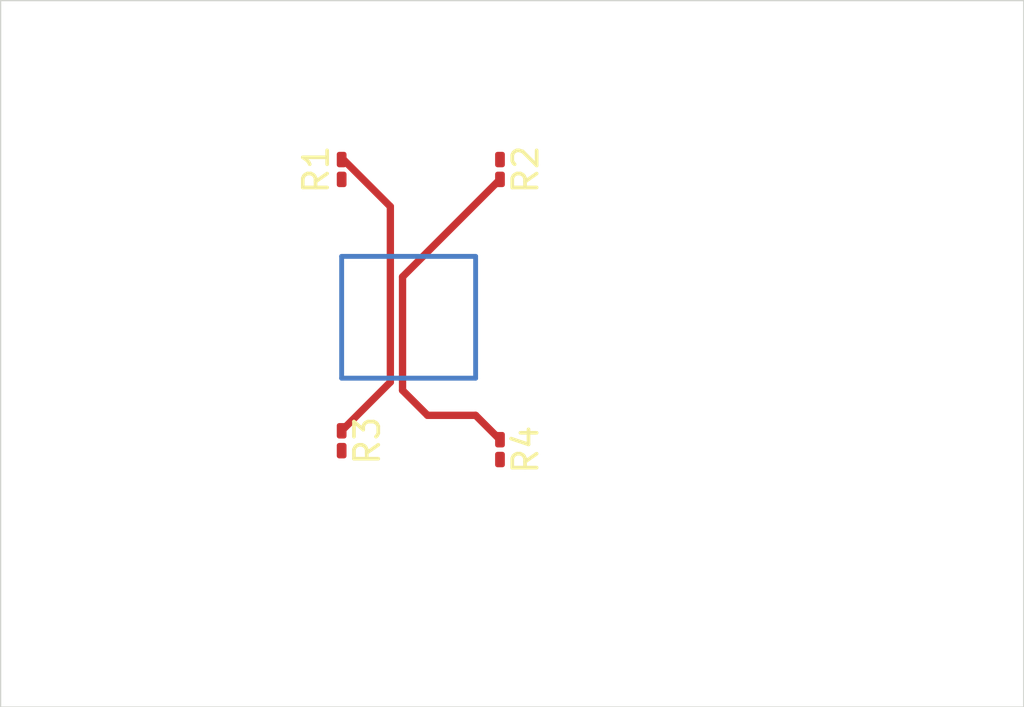
<source format=kicad_pcb>
(kicad_pcb (version 20240108) (generator "pcbnew") (generator_version "8.0")
  (layers (0 "F.Cu" signal) (31 "B.Cu" signal) (34 "B.Paste" user) (35 "F.Paste" user) (36 "B.SilkS" user "B.Silkscreen") (37 "F.SilkS" user "F.Silkscreen") (38 "B.Mask" user) (39 "F.Mask" user) (44 "Edge.Cuts" user))
  (net 0 "")
  (net 1 "Net-(R1-Pad2)")
  (net 4 "Net-(R2-Pad2)")
  (footprint "Resistor_SMD:R_0201_0603Metric_Pad0.64x0.40mm_HandSolder" (layer "F.Cu") (at 89.5 91.4325 -90)
    (property "Reference" "R4" (at 0 -1.05 90) (layer "F.SilkS"))
    (property "Value" "R")
    (pad "1" smd roundrect (at -0.4075 0 270) (size 0.635 0.4) (layers "F.Cu" "F.Mask") (net 4 "Net-(R2-Pad2)"))
    (pad "2" smd roundrect (at 0.4075 0 270) (size 0.635 0.4) (layers "F.Cu" "F.Mask"))
  )
  (footprint "Resistor_SMD:R_0201_0603Metric_Pad0.64x0.40mm_HandSolder" (layer "F.Cu") (at 89.5 79.9325 -90)
    (property "Reference" "R2" (at 0 -1.05 90) (layer "F.SilkS"))
    (property "Value" "R")
    (pad "1" smd roundrect (at -0.4075 0 270) (size 0.635 0.4) (layers "F.Cu" "F.Mask"))
    (pad "2" smd roundrect (at 0.4075 0 270) (size 0.635 0.4) (layers "F.Cu" "F.Mask") (net 4 "Net-(R2-Pad2)"))
  )
  (footprint "Resistor_SMD:R_0201_0603Metric_Pad0.64x0.40mm_HandSolder" (layer "F.Cu") (at 83 79.9325 90)
    (property "Reference" "R1" (at 0 -1.05 90) (layer "F.SilkS"))
    (property "Value" "R")
    (pad "1" smd roundrect (at -0.4075 0 90) (size 0.635 0.4) (layers "F.Cu" "F.Mask"))
    (pad "2" smd roundrect (at 0.4075 0 90) (size 0.635 0.4) (layers "F.Cu" "F.Mask") (net 1 "Net-(R1-Pad2)"))
  )
  (footprint "Resistor_SMD:R_0201_0603Metric_Pad0.64x0.40mm_HandSolder" (layer "F.Cu") (at 83 91.0675 -90)
    (property "Reference" "R3" (at 0 -1.05 90) (layer "F.SilkS"))
    (property "Value" "R")
    (pad "1" smd roundrect (at -0.4075 0 270) (size 0.635 0.4) (layers "F.Cu" "F.Mask") (net 1 "Net-(R1-Pad2)"))
    (pad "2" smd roundrect (at 0.4075 0 270) (size 0.635 0.4) (layers "F.Cu" "F.Mask"))
  )
  (gr_line (start 88.5 88.5) (end 83 88.5) (stroke (width 0.2)) (layer "B.Cu"))
  (gr_line (start 83 88.5) (end 83 83.5) (stroke (width 0.2)) (layer "B.Cu"))
  (gr_line (start 88.5 83.5) (end 88.5 88.5) (stroke (width 0.2)) (layer "B.Cu"))
  (gr_line (start 83 83.5) (end 88.5 83.5) (stroke (width 0.2)) (layer "B.Cu"))
  (gr_rect (start 69 73) (end 111 102) (stroke (width 0.05)) (fill none) (layer "Edge.Cuts"))
  (segment (start 83 79.525) (end 83.070956 79.525) (width 0.2) (layer "F.Cu") (net 1))
  (segment (start 85 88.66) (end 83 90.66) (width 0.3) (layer "F.Cu") (net 1))
  (segment (start 85 81.454044) (end 85 88.66) (width 0.3) (layer "F.Cu") (net 1))
  (segment (start 83.070956 79.525) (end 85 81.454044) (width 0.3) (layer "F.Cu") (net 1))
  (segment (start 89.5 80.34) (end 85.5 84.34) (width 0.3) (layer "F.Cu") (net 4))
  (segment (start 86.525 90.025) (end 88.5 90.025) (width 0.3) (layer "F.Cu") (net 4))
  (segment (start 85.5 89) (end 86.525 90.025) (width 0.3) (layer "F.Cu") (net 4))
  (segment (start 85.5 84.34) (end 85.5 89) (width 0.3) (layer "F.Cu") (net 4))
  (segment (start 88.5 90.025) (end 89.5 91.025) (width 0.3) (layer "F.Cu") (net 4))
)
</source>
